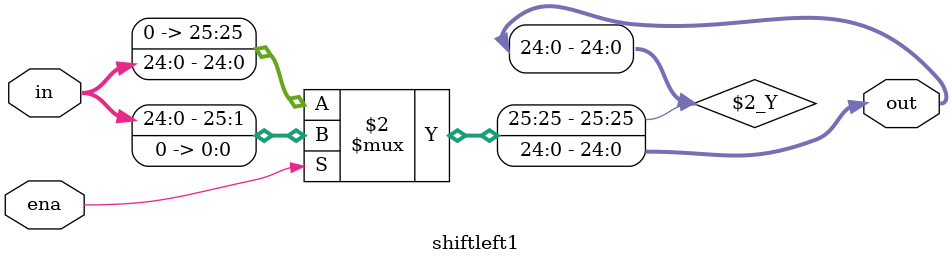
<source format=sv>
module shiftleft(in, nshiftleft, out);

input	[24:0]	in;
input	[4:0]	nshiftleft;
output	[24:0]	out;

logic	[24:0]	temp1, temp2, temp3, temp4;

shiftleft16 shift_1(.in(in), .ena(nshiftleft[4]), .out(temp1));
shiftleft8  shift_2(.in(temp1), .ena(nshiftleft[3]), .out(temp2));
shiftleft4  shift_3(.in(temp2), .ena(nshiftleft[2]), .out(temp3));
shiftleft2  shift_4(.in(temp3), .ena(nshiftleft[1]), .out(temp4));
shiftleft1  shift_5(.in(temp4), .ena(nshiftleft[0]), .out(out));

endmodule

/////////////////////////////////////////////////////////////////////////////

module	shiftleft16(in, ena, out);

input	[24:0]	in;
input			ena;
output	[24:0]	out;

assign out = ena?{in[8:0],16'b0}:in;
endmodule

/////////////////////////////////////////////////////////////////////////////

module	shiftleft8(in, ena, out);

input	[24:0]	in;
input			ena;
output	[24:0]	out;

assign out = ena?{in[16:0],8'b0}:in;
endmodule

/////////////////////////////////////////////////////////////////////////////

module	shiftleft4(in, ena, out);

input	[24:0]	in;
input			ena;
output	[24:0]	out;

assign out = ena?{in[20:0],4'b0}:in;
endmodule

/////////////////////////////////////////////////////////////////////////////

module	shiftleft2(in, ena, out);

input	[24:0]	in;
input			ena;
output	[24:0]	out;

assign out = ena?{in[22:0],2'b0}:in;
endmodule

/////////////////////////////////////////////////////////////////////////////

module	shiftleft1(in, ena, out);

input	[24:0]	in;
input			ena;
output	[24:0]	out;

assign out = ena?{in[24:0],1'b0}:in;
endmodule
</source>
